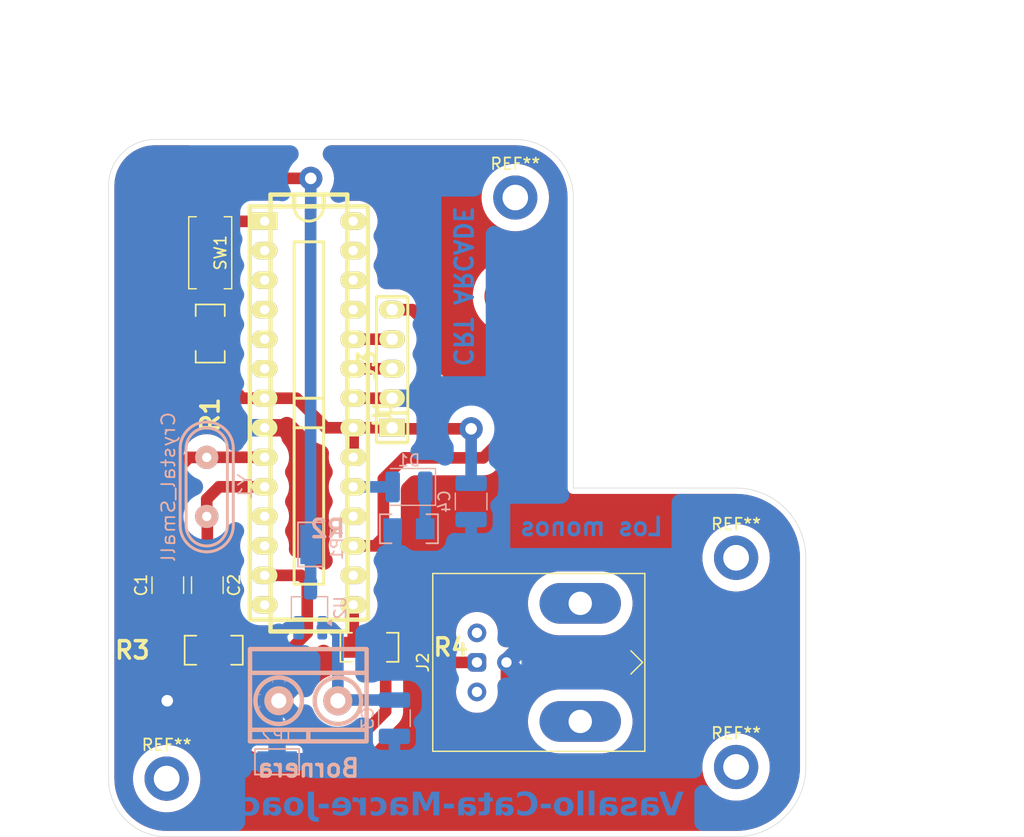
<source format=kicad_pcb>
(kicad_pcb (version 20240108) (generator "pcbnew") (generator_version "8.0")
  (layers (0 "F.Cu" signal) (31 "B.Cu" signal) (34 "B.Paste" user) (35 "F.Paste" user) (36 "B.SilkS" user "B.Silkscreen") (37 "F.SilkS" user "F.Silkscreen") (38 "B.Mask" user) (39 "F.Mask" user) (44 "Edge.Cuts" user))
  (net 0 "")
  (net 1 "GND")
  (net 2 "Net-(U1-(PCINT6{slash}XTAL1{slash}TOSC1)PB6)")
  (net 3 "Net-(U1-(PCINT7{slash}XTAL2{slash}TOSC2)PB7)")
  (net 4 "/Vin")
  (net 6 "Net-(J2-In)")
  (net 7 "+5v")
  (net 8 "/Xjoy")
  (net 9 "/pulsador")
  (net 10 "/Yjoy")
  (net 11 "Net-(R1-Pad1)")
  (net 12 "Net-(D1-K)")
  (net 13 "/Video")
  (net 14 "/Sync")
  (net 28 "/Led")
  (net 29 "/Reset")
  (footprint "EESTN5:R_1206" (layer "F.Cu") (at 62.45 83.7 180)
    (property "Reference" "R4" (at -7 0 180) (layer "F.SilkS") (effects (font (size 1.5 1.5) (thickness 0.3))))
    (property "Value" "1k" (hide yes))
    (fp_line (start 2.5 1.25) (end 2.5 -1.25) (stroke (width 0.15)) (layer "F.SilkS"))
    (fp_line (start 1.5 1.25) (end 2.5 1.25) (stroke (width 0.15)) (layer "F.SilkS"))
    (fp_line (start 1.5 -1.25) (end 2.5 -1.25) (stroke (width 0.15)) (layer "F.SilkS"))
    (fp_line (start -1.5 -1.25) (end -2.5 -1.25) (stroke (width 0.15)) (layer "F.SilkS"))
    (fp_line (start -2.5 1.25) (end -1.5 1.25) (stroke (width 0.15)) (layer "F.SilkS"))
    (fp_line (start -2.5 -1.25) (end -2.5 1.25) (stroke (width 0.15)) (layer "F.SilkS"))
    (pad "1" smd rect (at 1.397 0 180) (size 1.6002 1.8034) (layers "F.Cu" "F.Paste" "F.Mask") (net 14 "/Sync"))
    (pad "2" smd rect (at -1.397 0 180) (size 1.6002 1.8034) (layers "F.Cu" "F.Paste" "F.Mask") (net 6 "Net-(J2-In)"))
  )
  (footprint "footprint:simbolo_paz" (layer "F.Cu") (at 74.5 53.5)
    (property "Reference" "G***" (hide yes))
    (property "Value" "LOGO" (hide yes))
    (fp_poly (pts (xy 0.103004 -2.148136) (xy 0.207348 -2.141502) (xy 0.301968 -2.130447) (xy 0.306076 -2.12982) (xy 0.498331 -2.091774) (xy 0.683769 -2.038297) (xy 0.861693 -1.969902) (xy 1.031404 -1.887104) (xy 1.192205 -1.790417) (xy 1.343397 -1.680353) (xy 1.484282 -1.557427) (xy 1.614163 -1.422153) (xy 1.73234 -1.275043) (xy 1.838118 -1.116611) (xy 1.930796 -0.947372) (xy 1.94077 -0.92685) (xy 2.009718 -0.766956) (xy 2.065002 -0.602427) (xy 2.1076 -0.430053) (xy 2.12992 -0.306076) (xy 2.140957 -0.213255) (xy 2.147562 -0.109306) (xy 2.149737 0.000236) (xy 2.147482 0.109833) (xy 2.140799 0.21395) (xy 2.129838 0.306076) (xy 2.091497 0.500727) (xy 2.037869 0.687655) (xy 1.969097 0.866577) (xy 1.885322 1.037212) (xy 1.786685 1.199276) (xy 1.673328 1.352488) (xy 1.545391 1.496565) (xy 1.521166 1.521167) (xy 1.379665 1.650675) (xy 1.228585 1.76618) (xy 1.06889 1.867323) (xy 0.901545 1.953748) (xy 0.727513 2.025095) (xy 0.547759 2.081007) (xy 0.363246 2.121125) (xy 0.174939 2.145092) (xy -0.016198 2.15255) (xy -0.163816 2.14688) (xy -0.34988 2.12497) (xy -0.532115 2.086726) (xy -0.709544 2.032821) (xy -0.881192 1.963929) (xy -1.046082 1.880722) (xy -1.203238 1.783874) (xy -1.351684 1.674056) (xy -1.490445 1.551942) (xy -1.618543 1.418205) (xy -1.735003 1.273517) (xy -1.838849 1.118551) (xy -1.929105 0.95398) (xy -1.946257 0.918228) (xy -2.00664 0.77839) (xy -2.055554 0.640091) (xy -2.094692 0.497795) (xy -2.125748 0.345971) (xy -2.131021 0.314698) (xy -2.142123 0.225876) (xy -2.148881 0.125367) (xy -2.151305 0.01817) (xy -2.149399 -0.090718) (xy -2.14317 -0.196296) (xy -2.132626 -0.293566) (xy -2.130182 -0.310387) (xy -2.092649 -0.501579) (xy -2.039412 -0.686228) (xy -1.970994 -0.863616) (xy -1.887917 -1.033027) (xy -1.790701 -1.193745) (xy -1.695689 -1.323456) (xy -1.329191 -1.323456) (xy -0.905585 -0.673304) (xy -0.843092 -0.57736) (xy -0.783202 -0.485354) (xy -0.726596 -0.398337) (xy -0.673956 -0.317359) (xy -0.625965 -0.243472) (xy -0.583304 -0.177727) (xy -0.546655 -0.121175) (xy -0.516701 -0.074867) (xy -0.494123 -0.039854) (xy -0.479604 -0.017187) (xy -0.473831 -0.007927) (xy -0.473994 -0.002792) (xy -0.477854 0.007442) (xy -0.485898 0.023557) (xy -0.498611 0.046331) (xy -0.51648 0.076544) (xy -0.539993 0.114975) (xy -0.569637 0.162404) (xy -0.605897 0.219609) (xy -0.649261 0.287371) (xy -0.700216 0.366469) (xy -0.759249 0.457681) (xy -0.826846 0.561788) (xy -0.897058 0.669688) (xy -1.328433 1.332077) (xy -1.274213 1.38215) (xy -1.144223 1.490761) (xy -1.002737 1.587769) (xy -0.851744 1.67232) (xy -0.693233 1.743557) (xy -0.529194 1.800626) (xy -0.361613 1.842672) (xy -0.192482 1.868839) (xy -0.129328 1.874366) (xy -0.083817 1.876053) (xy -0.025958 1.876046) (xy 0.039458 1.874545) (xy 0.107638 1.871746) (xy 0.173791 1.867849) (xy 0.233125 1.863051) (xy 0.280848 1.857551) (xy 0.282264 1.857346) (xy 0.443754 1.825921) (xy 0.60348 1.779569) (xy 0.759162 1.719376) (xy 0.908521 1.646427) (xy 1.049277 1.561807) (xy 1.17915 1.466601) (xy 1.269675 1.387356) (xy 1.327979 1.332077) (xy 0.900428 0.676816) (xy 0.837713 0.580664) (xy 0.777678 0.488551) (xy 0.720995 0.401512) (xy 0.668334 0.32058) (xy 0.620369 0.246789) (xy 0.577769 0.181176) (xy 0.541207 0.124773) (xy 0.511354 0.078615) (xy 0.488882 0.043737) (xy 0.474463 0.021173) (xy 0.468767 0.011957) (xy 0.468722 0.011862) (xy 0.472716 0.003377) (xy 0.485498 -0.018506) (xy 0.506414 -0.052755) (xy 0.534808 -0.098339) (xy 0.570026 -0.154227) (xy 0.611412 -0.219389) (xy 0.658312 -0.292794) (xy 0.71007 -0.37341) (xy 0.766032 -0.460207) (xy 0.825543 -0.552153) (xy 0.887948 -0.648219) (xy 0.893154 -0.656218) (xy 0.955838 -0.752594) (xy 1.015783 -0.844916) (xy 1.072324 -0.932155) (xy 1.1248 -1.013279) (xy 1.172546 -1.087257) (xy 1.214899 -1.15306) (xy 1.251196 -1.209657) (xy 1.280774 -1.256016) (xy 1.302969 -1.291108) (xy 1.317119 -1.313901) (xy 1.322559 -1.323365) (xy 1.322598 -1.323514) (xy 1.316649 -1.333937) (xy 1.299189 -1.352927) (xy 1.272379 -1.378547) (xy 1.238384 -1.40886) (xy 1.199367 -1.44193) (xy 1.157491 -1.47582) (xy 1.120842 -1.504143) (xy 0.974114 -1.604134) (xy 0.819012 -1.689139) (xy 0.656071 -1.758936) (xy 0.485827 -1.813302) (xy 0.308816 -1.852015) (xy 0.267277 -1.85867) (xy 0.201202 -1.866171) (xy 0.123601 -1.871119) (xy 0.039312 -1.873516) (xy -0.046828 -1.873365) (xy -0.129985 -1.870666) (xy -0.20532 -1.865423) (xy -0.262967 -1.858448) (xy -0.438315 -1.823087) (xy -0.607895 -1.773176) (xy -0.770344 -1.709359) (xy -0.924301 -1.632281) (xy -1.068403 -1.542589) (xy -1.20129 -1.440927) (xy -1.26597 -1.383109) (xy -1.329191 -1.323456) (xy -1.695689 -1.323456) (xy -1.679869 -1.345053) (xy -1.555942 -1.486234) (xy -1.419441 -1.616572) (xy -1.27089 -1.735349) (xy -1.110809 -1.84185) (xy -0.951613 -1.929465) (xy -0.799819 -1.997591) (xy -0.641049 -2.053626) (xy -0.472856 -2.098331) (xy -0.306076 -2.130367) (xy -0.215605 -2.141464) (xy -0.11375 -2.148122) (xy -0.005788 -2.150344)) (fill solid) (layer "F.Cu") (net 28))
  )
  (footprint "Connector_Coaxial:BNC_Win_364A2x95_Horizontal" (layer "F.Cu") (at 71.7 85 -90)
    (property "Reference" "J2" (at 0 4.65 90) (layer "F.SilkS"))
    (property "Value" "TVout")
    (fp_line (start -7.65 3.8) (end -7.65 -14.45) (stroke (width 0.12)) (layer "F.SilkS"))
    (fp_line (start 7.65 3.8) (end -7.65 3.8) (stroke (width 0.12)) (layer "F.SilkS"))
    (fp_line (start 0 -14.25) (end -1 -13.25) (stroke (width 0.12)) (layer "F.SilkS"))
    (fp_line (start 0 -14.25) (end 1 -13.25) (stroke (width 0.12)) (layer "F.SilkS"))
    (fp_line (start -7.65 -14.45) (end 7.65 -14.45) (stroke (width 0.12)) (layer "F.SilkS"))
    (fp_line (start 7.65 -14.45) (end 7.65 3.8) (stroke (width 0.12)) (layer "F.SilkS"))
    (pad "1" thru_hole roundrect (at 0 0 270) (size 1.6 1.6) (drill 0.89) (layers "*.Cu" "*.Mask") (net 6 "Net-(J2-In)"))
    (pad "2" thru_hole circle (at 0 -2.54 270) (size 1.6 1.6) (drill 0.89) (layers "*.Cu" "*.Mask") (net 1 "GND"))
    (pad "3" thru_hole oval (at -5.08 -8.89 270) (size 3.5 7) (drill 2.01) (layers "*.Cu" "*.Mask"))
    (pad "3" thru_hole circle (at -2.54 0 270) (size 1.6 1.6) (drill 0.89) (layers "*.Cu" "*.Mask"))
    (pad "3" thru_hole circle (at 2.54 0 270) (size 1.6 1.6) (drill 0.89) (layers "*.Cu" "*.Mask"))
    (pad "3" thru_hole oval (at 5.08 -8.89 270) (size 3.5 7) (drill 2.01) (layers "*.Cu" "*.Mask"))
  )
  (footprint "Capacitor_SMD:C_1210_3225Metric_Pad1.33x2.70mm_HandSolder" (layer "F.Cu") (at 48.5 78.35 -90)
    (property "Reference" "C2" (at 0 -2.3 90) (layer "F.SilkS"))
    (property "Value" "C")
    (fp_line (start -0.711252 1.36) (end 0.711252 1.36) (stroke (width 0.12)) (layer "F.SilkS"))
    (fp_line (start -0.711252 -1.36) (end 0.711252 -1.36) (stroke (width 0.12)) (layer "F.SilkS"))
    (pad "1" smd roundrect (at -1.5625 0 270) (size 1.325 2.7) (layers "F.Cu" "F.Paste" "F.Mask") (roundrect_rratio 0.188679) (net 3 "Net-(U1-(PCINT7{slash}XTAL2{slash}TOSC2)PB7)"))
    (pad "2" smd roundrect (at 1.5625 0 270) (size 1.325 2.7) (layers "F.Cu" "F.Paste" "F.Mask") (roundrect_rratio 0.188679) (net 1 "GND"))
  )
  (footprint "" (layer "F.Cu") (at 94 76)
    (property "Reference" "" (at 0 0 0) (layer "F.SilkS") (effects (font (size 1.27 1.27))))
    (property "Value" "")
    (pad "1" thru_hole circle (at 0 0) (size 3.8 3.8) (drill 2.2) (layers "*.Cu" "*.Mask"))
  )
  (footprint "EESTN5:R_1206" (layer "F.Cu") (at 48.75 56.7 90)
    (property "Reference" "R1" (at -7 0 -90) (layer "F.SilkS") (effects (font (size 1.5 1.5) (thickness 0.3))))
    (property "Value" "10k" (hide yes))
    (fp_line (start 1.5 -1.25) (end 2.5 -1.25) (stroke (width 0.15)) (layer "F.SilkS"))
    (fp_line (start -1.5 -1.25) (end -2.5 -1.25) (stroke (width 0.15)) (layer "F.SilkS"))
    (fp_line (start -2.5 -1.25) (end -2.5 1.25) (stroke (width 0.15)) (layer "F.SilkS"))
    (fp_line (start 2.5 1.25) (end 2.5 -1.25) (stroke (width 0.15)) (layer "F.SilkS"))
    (fp_line (start 1.5 1.25) (end 2.5 1.25) (stroke (width 0.15)) (layer "F.SilkS"))
    (fp_line (start -2.5 1.25) (end -1.5 1.25) (stroke (width 0.15)) (layer "F.SilkS"))
    (pad "1" smd rect (at 1.397 0 90) (size 1.6002 1.8034) (layers "F.Cu" "F.Paste" "F.Mask") (net 11 "Net-(R1-Pad1)"))
    (pad "2" smd rect (at -1.397 0 90) (size 1.6002 1.8034) (layers "F.Cu" "F.Paste" "F.Mask") (net 7 "+5v"))
  )
  (footprint "Capacitor_SMD:C_1210_3225Metric_Pad1.33x2.70mm_HandSolder" (layer "F.Cu") (at 45.1 78.35 90)
    (property "Reference" "C1" (at 0 -2.3 -90) (layer "F.SilkS"))
    (property "Value" "C")
    (fp_line (start -0.711252 -1.36) (end 0.711252 -1.36) (stroke (width 0.12)) (layer "F.SilkS"))
    (fp_line (start -0.711252 1.36) (end 0.711252 1.36) (stroke (width 0.12)) (layer "F.SilkS"))
    (pad "1" smd roundrect (at -1.5625 0 90) (size 1.325 2.7) (layers "F.Cu" "F.Paste" "F.Mask") (roundrect_rratio 0.188679) (net 1 "GND"))
    (pad "2" smd roundrect (at 1.5625 0 90) (size 1.325 2.7) (layers "F.Cu" "F.Paste" "F.Mask") (roundrect_rratio 0.188679) (net 2 "Net-(U1-(PCINT6{slash}XTAL1{slash}TOSC1)PB6)"))
  )
  (footprint "" (layer "F.Cu") (at 45 95)
    (property "Reference" "" (at 0 0 0) (layer "F.SilkS") (effects (font (size 1.27 1.27))))
    (property "Value" "")
    (pad "1" thru_hole circle (at 0 0) (size 3.8 3.8) (drill 2.2) (layers "*.Cu" "*.Mask"))
  )
  (footprint "EESTN5:Pin_Strip_5" (layer "F.Cu") (at 64.4 59.73 90)
    (property "Reference" "J3" (at 0.27 -2.159 -90) (layer "F.SilkS") (effects (font (size 1.5 1.5) (thickness 0.3))))
    (property "Value" "joystick" (hide yes))
    (fp_line (start -6.33 -1.4) (end 6.17 -1.4) (stroke (width 0.15)) (layer "F.SilkS"))
    (fp_line (start 6.17 -1.3) (end -6.23 -1.3) (stroke (width 0.15)) (layer "F.SilkS"))
    (fp_line (start 6.19 -1.27) (end 6.19 1.27) (stroke (width 0.3048)) (layer "F.SilkS"))
    (fp_line (start -3.81 -1.27) (end -3.81 1.27) (stroke (width 0.3048)) (layer "F.SilkS"))
    (fp_line (start -6.35 1.27) (end -6.35 -1.27) (stroke (width 0.3048)) (layer "F.SilkS"))
    (fp_line (start 6.17 1.3) (end -6.33 1.3) (stroke (width 0.15)) (layer "F.SilkS"))
    (fp_line (start 6.17 1.4) (end -6.33 1.4) (stroke (width 0.15)) (layer "F.SilkS"))
    (pad "1" thru_hole rect (at -5.08 0 90) (size 1.524 2.19964) (drill 1.00076) (layers "*.Cu" "*.Mask" "F.SilkS") (net 7 "+5v"))
    (pad "2" thru_hole oval (at -2.54 0 90) (size 1.524 2.19964) (drill 1.00076) (layers "*.Cu" "*.Mask" "F.SilkS") (net 1 "GND"))
    (pad "3" thru_hole oval (at 0 0 90) (size 1.524 2.19964) (drill 1.00076) (layers "*.Cu" "*.Mask" "F.SilkS") (net 8 "/Xjoy"))
    (pad "4" thru_hole oval (at 2.54 0 90) (size 1.524 2.19964) (drill 1.00076) (layers "*.Cu" "*.Mask" "F.SilkS") (net 10 "/Yjoy"))
    (pad "5" thru_hole oval (at 5.08 0 90) (size 1.524 2.19964) (drill 1.00076) (layers "*.Cu" "*.Mask" "F.SilkS") (net 9 "/pulsador"))
  )
  (footprint "MountingHole:MountingHole_2.2mm_M2_DIN965_Pad" (layer "F.Cu") (at 45 95)
    (property "Reference" "REF**" (at 0 -2.9 0) (layer "F.SilkS"))
    (property "Value" "MountingHole_2.2mm_M2_DIN965_Pad")
    (pad "1" thru_hole circle (at 0 0) (size 3.8 3.8) (drill 2.2) (layers "*.Cu" "*.Mask"))
  )
  (footprint "MountingHole:MountingHole_2.2mm_M2_DIN965_Pad" (layer "F.Cu") (at 94 94)
    (property "Reference" "REF**" (at 0 -2.9 0) (layer "F.SilkS"))
    (property "Value" "MountingHole_2.2mm_M2_DIN965_Pad")
    (pad "1" thru_hole circle (at 0 0) (size 3.8 3.8) (drill 2.2) (layers "*.Cu" "*.Mask"))
  )
  (footprint "MountingHole:MountingHole_2.2mm_M2_DIN965_Pad" (layer "F.Cu") (at 94 76)
    (property "Reference" "REF**" (at 0 -2.9 0) (layer "F.SilkS"))
    (property "Value" "MountingHole_2.2mm_M2_DIN965_Pad")
    (pad "1" thru_hole circle (at 0 0) (size 3.8 3.8) (drill 2.2) (layers "*.Cu" "*.Mask"))
  )
  (footprint "" (layer "F.Cu") (at 94 94)
    (property "Reference" "" (at 0 0 0) (layer "F.SilkS") (effects (font (size 1.27 1.27))))
    (property "Value" "")
    (pad "1" thru_hole circle (at 0 0) (size 3.8 3.8) (drill 2.2) (layers "*.Cu" "*.Mask"))
  )
  (footprint "EESTN5:R_1206" (layer "F.Cu") (at 49.05 83.95)
    (property "Reference" "R3" (at -7 0 0) (layer "F.SilkS") (effects (font (size 1.5 1.5) (thickness 0.3))))
    (property "Value" "470" (hide yes))
    (fp_line (start -2.5 -1.25) (end -2.5 1.25) (stroke (width 0.15)) (layer "F.SilkS"))
    (fp_line (start -2.5 1.25) (end -1.5 1.25) (stroke (width 0.15)) (layer "F.SilkS"))
    (fp_line (start -1.5 -1.25) (end -2.5 -1.25) (stroke (width 0.15)) (layer "F.SilkS"))
    (fp_line (start 1.5 -1.25) (end 2.5 -1.25) (stroke (width 0.15)) (layer "F.SilkS"))
    (fp_line (start 1.5 1.25) (end 2.5 1.25) (stroke (width 0.15)) (layer "F.SilkS"))
    (fp_line (start 2.5 1.25) (end 2.5 -1.25) (stroke (width 0.15)) (layer "F.SilkS"))
    (pad "1" smd rect (at 1.397 0) (size 1.6002 1.8034) (layers "F.Cu" "F.Paste" "F.Mask") (net 13 "/Video"))
    (pad "2" smd rect (at -1.397 0) (size 1.6002 1.8034) (layers "F.Cu" "F.Paste" "F.Mask") (net 6 "Net-(J2-In)"))
  )
  (footprint "EESTN5:DIP_28-300_socket" (layer "F.Cu") (at 57.24 63.54 -90)
    (property "Reference" "U1" (at 0 -6.35 90) (layer "F.SilkS") (effects (font (size 1.524 1.143) (thickness 0.28575))))
    (property "Value" "ATMEGA328P-PU" (hide yes))
    (fp_line (start -17.78 5.08) (end 17.78 5.08) (stroke (width 0.381)) (layer "F.SilkS"))
    (fp_line (start -17.78 5.08) (end -17.78 -5.08) (stroke (width 0.381)) (layer "F.SilkS"))
    (fp_line (start -18.796 3.302) (end -18.796 -3.302) (stroke (width 0.381)) (layer "F.SilkS"))
    (fp_line (start 18.796 3.302) (end -18.796 3.302) (stroke (width 0.381)) (layer "F.SilkS"))
    (fp_line (start -17.78 1.27) (end -18.796 1.27) (stroke (width 0.381)) (layer "F.SilkS"))
    (fp_line (start -14.732 1.27) (end 14.732 1.27) (stroke (width 0.254)) (layer "F.SilkS"))
    (fp_line (start 14.732 1.27) (end 14.732 -1.27) (stroke (width 0.254)) (layer "F.SilkS"))
    (fp_line (start -17.78 -1.27) (end -17.78 1.27) (stroke (width 0.381)) (layer "F.SilkS"))
    (fp_line (start -17.78 -1.27) (end -18.796 -1.27) (stroke (width 0.381)) (layer "F.SilkS"))
    (fp_line (start -14.732 -1.27) (end -14.732 1.27) (stroke (width 0.254)) (layer "F.SilkS"))
    (fp_line (start -1.27 -1.27) (end -1.27 1.27) (stroke (width 0.254)) (layer "F.SilkS"))
    (fp_line (start 1.27 -1.27) (end 1.27 1.27) (stroke (width 0.254)) (layer "F.SilkS"))
    (fp_line (start 14.732 -1.27) (end -14.732 -1.27) (stroke (width 0.254)) (layer "F.SilkS"))
    (fp_line (start 18.796 -3.302) (end 18.796 3.302) (stroke (width 0.381)) (layer "F.SilkS"))
    (fp_line (start 18.796 -3.302) (end -18.796 -3.302) (stroke (width 0.381)) (layer "F.SilkS"))
    (fp_line (start -17.78 -5.08) (end 17.78 -5.08) (stroke (width 0.381)) (layer "F.SilkS"))
    (fp_line (start 17.78 -5.08) (end 17.78 5.08) (stroke (width 0.381)) (layer "F.SilkS"))
    (fp_arc (start -16.51 0) (mid -16.881974 0.898026) (end -17.78 1.27) (stroke (width 0.254)) (layer "F.SilkS"))
    (fp_arc (start -17.78 -1.27) (mid -16.881974 -0.898026) (end -16.51 0) (stroke (width 0.254)) (layer "F.SilkS"))
    (pad "1" thru_hole rect (at -16.51 3.81 270) (size 1.50114 2.19964) (drill 0.8001) (layers "*.Cu" "*.Mask" "F.SilkS") (net 29 "/Reset"))
    (pad "2" thru_hole oval (at -13.97 3.81 270) (size 1.50114 2.19964) (drill 0.8001) (layers "*.Cu" "*.Mask" "F.SilkS"))
    (pad "3" thru_hole oval (at -11.43 3.81 270) (size 1.50114 2.19964) (drill 0.8001) (layers "*.Cu" "*.Mask" "F.SilkS"))
    (pad "4" thru_hole oval (at -8.89 3.81 270) (size 1.50114 2.19964) (drill 0.8001) (layers "*.Cu" "*.Mask" "F.SilkS"))
    (pad "5" thru_hole oval (at -6.35 3.81 270) (size 1.50114 2.19964) (drill 0.8001) (layers "*.Cu" "*.Mask" "F.SilkS"))
    (pad "6" thru_hole oval (at -3.81 3.81 270) (size 1.50114 2.19964) (drill 0.8001) (layers "*.Cu" "*.Mask" "F.SilkS"))
    (pad "7" thru_hole oval (at -1.27 3.81 270) (size 1.50114 2.19964) (drill 0.8001) (layers "*.Cu" "*.Mask" "F.SilkS") (net 7 "+5v"))
    (pad "8" thru_hole oval (at 1.27 3.81 270) (size 1.50114 2.19964) (drill 0.8001) (layers "*.Cu" "*.Mask" "F.SilkS") (net 1 "GND"))
    (pad "9" thru_hole oval (at 3.81 3.81 270) (size 1.50114 2.19964) (drill 0.8001) (layers "*.Cu" "*.Mask" "F.SilkS") (net 2 "Net-(U1-(PCINT6{slash}XTAL1{slash}TOSC1)PB6)"))
    (pad "10" thru_hole oval (at 6.35 3.81 270) (size 1.50114 2.19964) (drill 0.8001) (layers "*.Cu" "*.Mask" "F.SilkS") (net 3 "Net-(U1-(PCINT7{slash}XTAL2{slash}TOSC2)PB7)"))
    (pad "11" thru_hole oval (at 8.89 3.81 270) (size 1.50114 2.19964) (drill 0.8001) (layers "*.Cu" "*.Mask" "F.SilkS"))
    (pad "12" thru_hole oval (at 11.43 3.81 270) (size 1.50114 2.19964) (drill 0.8001) (layers "*.Cu" "*.Mask" "F.SilkS"))
    (pad "13" thru_hole oval (at 13.97 3.81 270) (size 1.50114 2.19964) (drill 0.8001) (layers "*.Cu" "*.Mask" "F.SilkS") (net 13 "/Video"))
    (pad "14" thru_hole oval (at 16.51 3.81 270) (size 1.50114 2.19964) (drill 0.8001) (layers "*.Cu" "*.Mask" "F.SilkS"))
    (pad "15" thru_hole oval (at 16.51 -3.81 270) (size 1.50114 2.19964) (drill 0.8001) (layers "*.Cu" "*.Mask" "F.SilkS") (net 14 "/Sync"))
    (pad "16" thru_hole oval (at 13.97 -3.81 270) (size 1.50114 2.19964) (drill 0.8001) (layers "*.Cu" "*.Mask" "F.SilkS"))
    (pad "17" thru_hole oval (at 11.43 -3.81 270) (size 1.50114 2.19964) (drill 0.8001) (layers "*.Cu" "*.Mask" "F.SilkS") (net 9 "/pulsador"))
    (pad "18" thru_hole oval (at 8.89 -3.81 270) (size 1.50114 2.19964) (drill 0.8001) (layers "*.Cu" "*.Mask" "F.SilkS"))
    (pad "19" thru_hole oval (at 6.35 -3.81 270) (size 1.50114 2.19964) (drill 0.8001) (layers "*.Cu" "*.Mask" "F.SilkS") (net 28 "/Led"))
    (pad "20" thru_hole oval (at 3.81 -3.81 270) (size 1.50114 2.19964) (drill 0.8001) (layers "*.Cu" "*.Mask" "F.SilkS") (net 7 "+5v"))
    (pad "21" thru_hole oval (at 1.27 -3.81 270) (size 1.50114 2.19964) (drill 0.8001) (layers "*.Cu" "*.Mask" "F.SilkS") (net 7 "+5v"))
    (pad "22" thru_hole oval (at -1.27 -3.81 270) (size 1.50114 2.19964) (drill 0.8001) (layers "*.Cu" "*.Mask" "F.SilkS") (net 1 "GND"))
    (pad "23" thru_hole oval (at -3.81 -3.81 270) (size 1.50114 2.19964) (drill 0.8001) (layers "*.Cu" "*.Mask" "F.SilkS") (net 8 "/Xjoy"))
    (pad "24" thru_hole oval (at -6.35 -3.81 270) (size 1.50114 2.19964) (drill 0.8001) (layers "*.Cu" "*.Mask" "F.SilkS") (net 10 "/Yjoy"))
    (pad "25" thru_hole oval (at -8.89 -3.81 270) (size 1.50114 2.19964) (drill 0.8001) (layers "*.Cu" "*.Mask" "F.SilkS"))
    (pad "26" thru_hole oval (at -11.43 -3.81 270) (size 1.50114 2.19964) (drill 0.8001) (layers "*.Cu" "*.Mask" "F.SilkS"))
    (pad "27" thru_hole oval (at -13.97 -3.81 270) (size 1.50114 2.19964) (drill 0.8001) (layers "*.Cu" "*.Mask" "F.SilkS"))
    (pad "28" thru_hole oval (at -16.51 -3.81 270) (size 1.50114 2.19964) (drill 0.8001) (layers "*.Cu" "*.Mask" "F.SilkS"))
  )
  (footprint "EESTN5:SW_SPST_EVQPE1" (layer "F.Cu") (at 48.75 49.75 -90)
    (property "Reference" "SW1" (at 0 -0.88 90) (layer "F.SilkS"))
    (property "Value" "SW_Push")
    (fp_line (start -3.1 1.85) (end 3.1 1.85) (stroke (width 0.12)) (layer "F.SilkS"))
    (fp_line (start 3.1 1.85) (end 3.1 1.2) (stroke (width 0.12)) (layer "F.SilkS"))
    (fp_line (start -3.1 1.2) (end -3.1 1.85) (stroke (width 0.12)) (layer "F.SilkS"))
    (fp_line (start -3.1 -1.85) (end -3.1 -1.2) (stroke (width 0.12)) (layer "F.SilkS"))
    (fp_line (start 3.1 -1.85) (end 3.1 -1.2) (stroke (width 0.12)) (layer "F.SilkS"))
    (fp_line (start 3.1 -1.85) (end -3.1 -1.85) (stroke (width 0.12)) (layer "F.SilkS"))
    (pad "1" smd rect (at -2.91 -0.02 270) (size 2.42 1.64) (layers "F.Cu" "F.Paste" "F.Mask") (net 29 "/Reset"))
    (pad "2" smd rect (at 2.97 0 270) (size 2.54 1.6) (layers "F.Cu" "F.Paste" "F.Mask") (net 11 "Net-(R1-Pad1)"))
  )
  (footprint "MountingHole:MountingHole_2.2mm_M2_DIN965_Pad" (layer "F.Cu") (at 75 45)
    (property "Reference" "REF**" (at 0 -2.9 0) (layer "F.SilkS"))
    (property "Value" "MountingHole_2.2mm_M2_DIN965_Pad")
    (pad "1" thru_hole circle (at 0 0) (size 3.8 3.8) (drill 2.2) (layers "*.Cu" "*.Mask"))
  )
  (footprint "LED_SMD:LED_1210_3225Metric" (layer "B.Cu") (at 65.85 69.9 180)
    (property "Reference" "D1" (at 0 2.28 180) (layer "B.SilkS") (effects (justify mirror)))
    (property "Value" "LED")
    (fp_line (start 1.6 -1.585) (end -2.285 -1.585) (stroke (width 0.12)) (layer "B.SilkS"))
    (fp_line (start -2.285 1.585) (end 1.6 1.585) (stroke (width 0.12)) (layer "B.SilkS"))
    (fp_line (start -2.285 -1.585) (end -2.285 1.585) (stroke (width 0.12)) (layer "B.SilkS"))
    (pad "1" smd roundrect (at -1.4 0 180) (size 1.25 2.65) (layers "B.Cu" "B.Paste" "B.Mask") (roundrect_rratio 0.2) (net 12 "Net-(D1-K)"))
    (pad "2" smd roundrect (at 1.4 0 180) (size 1.25 2.65) (layers "B.Cu" "B.Paste" "B.Mask") (roundrect_rratio 0.2) (net 28 "/Led"))
  )
  (footprint "TestPoint:TestPoint_Keystone_5015_Micro-Minature" (layer "B.Cu") (at 54.5 93.55 180)
    (property "Reference" "TP2" (at 0 2.25 180) (layer "B.SilkS") (effects (justify mirror)))
    (property "Value" "TestPoint")
    (fp_line (start 1.9 1.1) (end -1.9 1.1) (stroke (width 0.15)) (layer "B.SilkS"))
    (fp_line (start 1.9 -1.1) (end 1.9 1.1) (stroke (width 0.15)) (layer "B.SilkS"))
    (fp_line (start -1.9 1.1) (end -1.9 -1.1) (stroke (width 0.15)) (layer "B.SilkS"))
    (fp_line (start -1.9 -1.1) (end 1.9 -1.1) (stroke (width 0.15)) (layer "B.SilkS"))
    (pad "1" smd rect (at 0 0 180) (size 3.4 1.8) (layers "B.Cu" "B.Paste" "B.Mask") (net 1 "GND"))
  )
  (footprint "TestPoint:TestPoint_Keystone_5015_Micro-Minature" (layer "B.Cu") (at 57.4 74.85 90)
    (property "Reference" "TP1" (at 0 2.25 -90) (layer "B.SilkS") (effects (justify mirror)))
    (property "Value" "TestPoint")
    (fp_line (start 1.9 -1.1) (end 1.9 1.1) (stroke (width 0.15)) (layer "B.SilkS"))
    (fp_line (start -1.9 -1.1) (end 1.9 -1.1) (stroke (width 0.15)) (layer "B.SilkS"))
    (fp_line (start 1.9 1.1) (end -1.9 1.1) (stroke (width 0.15)) (layer "B.SilkS"))
    (fp_line (start -1.9 1.1) (end -1.9 -1.1) (stroke (width 0.15)) (layer "B.SilkS"))
    (pad "1" smd rect (at 0 0 90) (size 3.4 1.8) (layers "B.Cu" "B.Paste" "B.Mask") (net 7 "+5v"))
  )
  (footprint "Capacitor_SMD:C_1210_3225Metric_Pad1.33x2.70mm_HandSolder" (layer "B.Cu") (at 64.6 89.8 -90)
    (property "Reference" "C3" (at 0 2.3 90) (layer "B.SilkS") (effects (justify mirror)))
    (property "Value" "100uf")
    (fp_line (start 0.711252 1.36) (end -0.711252 1.36) (stroke (width 0.12)) (layer "B.SilkS"))
    (fp_line (start 0.711252 -1.36) (end -0.711252 -1.36) (stroke (width 0.12)) (layer "B.SilkS"))
    (pad "1" smd roundrect (at -1.5625 0 270) (size 1.325 2.7) (layers "B.Cu" "B.Paste" "B.Mask") (roundrect_rratio 0.188679) (net 4 "/Vin"))
    (pad "2" smd roundrect (at 1.5625 0 270) (size 1.325 2.7) (layers "B.Cu" "B.Paste" "B.Mask") (roundrect_rratio 0.188679) (net 1 "GND"))
  )
  (footprint "Package_TO_SOT_SMD:TSOT-23_HandSoldering" (layer "B.Cu") (at 57.2925 80.3 90)
    (property "Reference" "U2" (at 0 2.65 90) (layer "B.SilkS") (effects (justify mirror)))
    (property "Value" "L7805")
    (fp_line (start 0.945 -1.56) (end 0.945 -0.67) (stroke (width 0.12)) (layer "B.SilkS"))
    (fp_line (start -0.905 -1.56) (end 0.945 -1.56) (stroke (width 0.12)) (layer "B.SilkS"))
    (fp_line (start 0.96 0.67) (end 0.96 1.56) (stroke (width 0.12)) (layer "B.SilkS"))
    (fp_line (start -0.89 1.56) (end 0.96 1.56) (stroke (width 0.12)) (layer "B.SilkS"))
    (fp_poly (pts (xy -1.28 1.55) (xy -1.52 1.88) (xy -1.04 1.88) (xy -1.28 1.55)) (stroke (width 0.12)) (fill solid) (layer "B.SilkS"))
    (pad "1" smd roundrect (at -1.72 1.1 90) (size 2.02 0.84) (layers "B.Cu" "B.Paste" "B.Mask") (net 4 "/Vin"))
    (pad "2" smd roundrect (at -1.72 -0.93 90) (size 2.02 0.94) (layers "B.Cu" "B.Paste" "B.Mask") (net 1 "GND"))
    (pad "3" smd roundrect (at 1.665 0.095 90) (size 1.91 1.13) (layers "B.Cu" "B.Paste" "B.Mask") (net 7 "+5v"))
  )
  (footprint "EESTN5:HC49" (layer "B.Cu") (at 48.45 69.9 90)
    (property "Reference" "Y1" (at 0 3.302 -90) (layer "B.SilkS") (effects (font (size 1.143 1.27) (thickness 0.1524)) (justify mirror)))
    (property "Value" "Crystal_Small" (at 0 -3.302 -90) (layer "B.SilkS") (effects (font (size 1.143 1.27) (thickness 0.1524)) (justify mirror)))
    (fp_line (start -3.302 -2.286) (end 3.302 -2.286) (stroke (width 0.254)) (layer "B.SilkS"))
    (fp_line (start 3.302 -1.778) (end -3.302 -1.778) (stroke (width 0.254)) (layer "B.SilkS"))
    (fp_line (start -3.302 1.778) (end 3.302 1.778) (stroke (width 0.254)) (layer "B.SilkS"))
    (fp_line (start 3.302 2.286) (end -3.302 2.286) (stroke (width 0.254)) (layer "B.SilkS"))
    (fp_arc (start 3.302 -2.286) (mid 4.918446 -1.616446) (end 5.588 0) (stroke (width 0.254)) (layer "B.SilkS"))
    (fp_arc (start 3.302 -1.778) (mid 4.559236 -1.257236) (end 5.08 0) (stroke (width 0.254)) (layer "B.SilkS"))
    (fp_arc (start 5.588 0) (mid 4.918446 1.616446) (end 3.302 2.286) (stroke (width 0.254)) (layer "B.SilkS"))
    (fp_arc (start 5.08 0) (mid 4.559236 1.257236) (end 3.302 1.778) (stroke (width 0.254)) (layer "B.SilkS"))
    (fp_arc (start -5.08 0) (mid -4.559236 -1.257236) (end -3.302 -1.778) (stroke (width 0.254)) (layer "B.SilkS"))
    (fp_arc (start -5.588 0) (mid -4.918446 -1.616446) (end -3.302 -2.286) (stroke (width 0.254)) (layer "B.SilkS"))
    (fp_arc (start -3.302 1.778) (mid -4.559236 1.257236) (end -5.08 0) (stroke (width 0.254)) (layer "B.SilkS"))
    (fp_arc (start -3.302 2.286) (mid -4.918446 1.616446) (end -5.588 0) (stroke (width 0.254)) (layer "B.SilkS"))
    (pad "1" thru_hole circle (at -2.54 0 90) (size 1.99898 1.99898) (drill 0.8001) (layers "*.Cu" "*.Mask" "B.SilkS") (net 3 "Net-(U1-(PCINT7{slash}XTAL2{slash}TOSC2)PB7)"))
    (pad "2" thru_hole circle (at 2.54 0 90) (size 1.99898 1.99898) (drill 0.8001) (layers "*.Cu" "*.Mask" "B.SilkS") (net 2 "Net-(U1-(PCINT6{slash}XTAL1{slash}TOSC1)PB6)"))
  )
  (footprint "EESTN5:BORNERA2_AZUL" (layer "B.Cu") (at 57.19 88.3 180)
    (property "Reference" "J4" (hide yes))
    (property "Value" "Bornera" (at 0 -5.8 180) (layer "B.SilkS") (effects (font (size 1.5 1.5) (thickness 0.3)) (justify mirror)))
    (fp_line (start 5.0165 4.445) (end 5.0165 -3.4925) (stroke (width 0.381)) (layer "B.SilkS"))
    (fp_line (start 5.0165 -3.4925) (end -4.9835 -3.4925) (stroke (width 0.381)) (layer "B.SilkS"))
    (fp_line (start 5 2.4) (end -5 2.4) (stroke (width 0.381)) (layer "B.SilkS"))
    (fp_line (start 5 -2.5) (end -5 -2.5) (stroke (width 0.381)) (layer "B.SilkS"))
    (fp_line (start 0 -3.4845) (end 0 -2.54) (stroke (width 0.381)) (layer "B.SilkS"))
    (fp_line (start -4.9835 4.445) (end 5.0165 4.445) (stroke (width 0.381)) (layer "B.SilkS"))
    (fp_line (start -5.0165 -3.4925) (end -5.0165 4.445) (stroke (width 0.381)) (layer "B.SilkS"))
    (fp_circle (center 2.55 0) (end 0.55 0) (stroke (width 0.381)) (fill none) (layer "B.SilkS"))
    (fp_circle (center -2.55 0) (end -0.55 0) (stroke (width 0.381)) (fill none) (layer "B.SilkS"))
    (pad "1" thru_hole circle (at -2.54 0 180) (size 2.5 2.5) (drill 1.3) (layers "*.Cu" "*.Mask" "B.SilkS") (net 4 "/Vin"))
    (pad "2" thru_hole circle (at 2.54 0 180) (size 2.5 2.5) (drill 1.3) (layers "*.Cu" "*.Mask" "B.SilkS") (net 1 "GND"))
  )
  (footprint "Capacitor_SMD:C_1210_3225Metric_Pad1.33x2.70mm_HandSolder" (layer "B.Cu") (at 71.2 71.15 -90)
    (property "Reference" "C4" (at 0 2.3 90) (layer "B.SilkS") (effects (justify mirror)))
    (property "Value" "10uf")
    (fp_line (start 0.711252 1.36) (end -0.711252 1.36) (stroke (width 0.12)) (layer "B.SilkS"))
    (fp_line (start 0.711252 -1.36) (end -0.711252 -1.36) (stroke (width 0.12)) (layer "B.SilkS"))
    (pad "1" smd roundrect (at -1.5625 0 270) (size 1.325 2.7) (layers "B.Cu" "B.Paste" "B.Mask") (roundrect_rratio 0.188679) (net 7 "+5v"))
    (pad "2" smd roundrect (at 1.5625 0 270) (size 1.325 2.7) (layers "B.Cu" "B.Paste" "B.Mask") (roundrect_rratio 0.188679) (net 1 "GND"))
  )
  (footprint "EESTN5:R_1206" (layer "B.Cu") (at 65.85 73.5)
    (property "Reference" "R2" (at -7 0 0) (layer "B.SilkS") (effects (font (size 1.5 1.5) (thickness 0.3)) (justify mirror)))
    (property "Value" "220" (hide yes))
    (fp_line (start -2.5 -1.25) (end -2.5 1.25) (stroke (width 0.15)) (layer "B.SilkS"))
    (fp_line (start -2.5 1.25) (end -1.5 1.25) (stroke (width 0.15)) (layer "B.SilkS"))
    (fp_line (start -1.5 -1.25) (end -2.5 -1.25) (stroke (width 0.15)) (layer "B.SilkS"))
    (fp_line (start 2.5 -1.25) (end 1.5 -1.25) (stroke (width 0.15)) (layer "B.SilkS"))
    (fp_line (start 2.5 1.25) (end 1.5 1.25) (stroke (width 0.15)) (layer "B.SilkS"))
    (fp_line (start 2.5 1.25) (end 2.5 -1.25) (stroke (width 0.15)) (layer "B.SilkS"))
    (pad "1" smd rect (at 1.397 0) (size 1.6002 1.8034) (layers "B.Cu" "B.Paste" "B.Mask") (net 12 "Net-(D1-K)"))
    (pad "2" smd rect (at -1.397 0) (size 1.6002 1.8034) (layers "B.Cu" "B.Paste" "B.Mask") (net 1 "GND"))
  )
  (gr_line (start 80 70) (end 94 70) (stroke (width 0.05)) (layer "Edge.Cuts"))
  (gr_line (start 40 95) (end 40 44) (stroke (width 0.05)) (layer "Edge.Cuts"))
  (gr_arc (start 45 100) (mid 41.464466 98.535534) (end 40 95) (stroke (width 0.05)) (layer "Edge.Cuts"))
  (gr_line (start 94 100) (end 45 100) (stroke (width 0.05)) (layer "Edge.Cuts"))
  (gr_line (start 100 76) (end 100 94) (stroke (width 0.05)) (layer "Edge.Cuts"))
  (gr_line (start 80 45) (end 80 70) (stroke (width 0.05)) (layer "Edge.Cuts"))
  (gr_arc (start 100 94) (mid 98.242641 98.242641) (end 94 100) (stroke (width 0.05)) (layer "Edge.Cuts"))
  (gr_line (start 44 40) (end 75 40) (stroke (width 0.05)) (layer "Edge.Cuts"))
  (gr_arc (start 75 40) (mid 78.535534 41.464466) (end 80 45) (stroke (width 0.05)) (layer "Edge.Cuts"))
  (gr_arc (start 40 44) (mid 41.171573 41.171573) (end 44 40) (stroke (width 0.05)) (layer "Edge.Cuts"))
  (gr_arc (start 94 70) (mid 98.242641 71.757359) (end 100 76) (stroke (width 0.05)) (layer "Edge.Cuts"))
  (gr_text "Los monos" (at 87.85 74.2 0) (layer "B.Cu") (effects (font (size 1.5 1.5) (thickness 0.3) (bold yes)) (justify left bottom mirror)))
  (gr_text "Vasallo-Cata-Macre-Joaco" (at 89.5 98.5 0) (layer "B.Cu") (effects (font (size 2 2) (thickness 0.3) (bold yes)) (justify left bottom mirror)))
  (gr_text "CRT ARCADE" (at 69.6 59.7 270) (layer "B.Cu") (effects (font (size 1.5 1.5) (thickness 0.3) (bold yes)) (justify left bottom mirror)))
  (segment (start 45.1 79.9125) (end 45.1 88.25) (width 1) (layer "F.Cu") (net 1))
  (segment (start 45.1 79.9125) (end 48.5 79.9125) (width 1) (layer "F.Cu") (net 1))
  (segment (start 74.24 85) (end 74.24 90.61) (width 1) (layer "F.Cu") (net 1))
  (segment (start 45.1 88.25) (end 45.05 88.3) (width 1) (layer "F.Cu") (net 1))
  (segment (start 64.4 62.27) (end 61.05 62.27) (width 1) (layer "F.Cu") (net 1))
  (segment (start 71.55 93.3) (end 52.1 93.3) (width 1) (layer "F.Cu") (net 1))
  (segment (start 47.1 88.3) (end 45.05 88.3) (width 1) (layer "F.Cu") (net 1))
  (segment (start 74.24 90.61) (end 71.55 93.3) (width 1) (layer "F.Cu") (net 1))
  (segment (start 52.1 93.3) (end 47.1 88.3) (width 1) (layer "F.Cu") (net 1))
  (via (at 45.05 88.3) (size 2) (drill 1) (layers "F.Cu" "B.Cu") (net 1))
  (segment (start 54.5 93.55) (end 64 93.55) (width 1) (layer "B.Cu") (net 1))
  (segment (start 45.05 88.3) (end 54.65 88.3) (width 1) (layer "B.Cu") (net 1))
  (segment (start 54.5 93.55) (end 54.5 88.45) (width 1) (layer "B.Cu") (net 1))
  (segment (start 71.2 75.1) (end 70.3983 75.9017) (width 1) (layer "B.Cu") (net 1))
  (segment (start 64.9469 75.9017) (end 64.453 75.4078) (width 1) (layer "B.Cu") (net 1))
  (segment (start 64 93.55) (end 64.6 92.95) (width 1) (layer "B.Cu") (net 1))
  (segment (start 54.65 82.75) (end 54.65 88.3) (width 1) (layer "B.Cu") (net 1))
  (segment (start 64.6 92.95) (end 64.6 91.3625) (width 1) (layer "B.Cu") (net 1))
  (segment (start 55.38 82.02) (end 54.65 82.75) (width 1) (layer "B.Cu") (net 1))
  (segment (start 54.5 88.45) (end 54.65 88.3) (width 1) (layer "B.Cu") (net 1))
  (segment (start 56.3625 82.02) (end 55.38 82.02) (width 1) (layer "B.Cu") (net 1))
  (segment (start 64.453 75.4078) (end 64.453 73.5) (width 1) (layer "B.Cu") (net 1))
  (segment (start 70.3983 75.9017) (end 64.9469 75.9017) (width 1) (layer "B.Cu") (net 1))
  (segment (start 71.2 72.7125) (end 71.2 75.1) (width 1) (layer "B.Cu") (net 1))
  (segment (start 48.46 67.35) (end 48.45 67.36) (width 1) (layer "F.Cu") (net 2))
  (segment (start 53.43 67.35) (end 48.46 67.35) (width 1) (layer "F.Cu") (net 2))
  (segment (start 46.94 67.36) (end 48.45 67.36) (width 1) (layer "F.Cu") (net 2))
  (segment (start 45.1 69.2) (end 46.94 67.36) (width 1) (layer "F.Cu") (net 2))
  (segment (start 45.1 76.7875) (end 45.1 69.2) (width 1) (layer "F.Cu") (net 2))
  (segment (start 53.43 69.89) (end 49.51 69.89) (width 1) (layer "F.Cu") (net 3))
  (segment (start 48.5 72.49) (end 48.45 72.44) (width 1) (layer "F.Cu") (net 3))
  (segment (start 49.51 69.89) (end 48.45 70.95) (width 1) (layer "F.Cu") (net 3))
  (segment (start 48.45 70.95) (end 48.45 72.44) (width 1) (layer "F.Cu") (net 3))
  (segment (start 48.5 76.7875) (end 48.5 72.49) (width 1) (layer "F.Cu") (net 3))
  (segment (start 59.7925 88.2375) (end 59.73 88.3) (width 1) (layer "B.Cu") (net 4))
  (segment (start 59.73 82.53) (end 59.73 88.3) (width 1) (layer "B.Cu") (net 4))
  (segment (start 59.22 82.02) (end 59.73 82.53) (width 1) (layer "B.Cu") (net 4))
  (segment (start 58.3925 82.02) (end 59.22 82.02) (width 1) (layer "B.Cu") (net 4))
  (segment (start 64.6 88.2375) (end 59.7925 88.2375) (width 1) (layer "B.Cu") (net 4))
  (segment (start 47.653 83.95) (end 47.653 85.903) (width 1) (layer "F.Cu") (net 6))
  (segment (start 47.653 85.903) (end 53.05 91.3) (width 1) (layer "F.Cu") (net 6))
  (segment (start 53.05 91.3) (end 61.75 91.3) (width 1) (layer "F.Cu") (net 6))
  (segment (start 67.05 83.7) (end 68.35 85) (width 1) (layer "F.Cu") (net 6))
  (segment (start 63.847 83.7) (end 67.05 83.7) (width 1) (layer "F.Cu") (net 6))
  (segment (start 63.847 89.203) (end 63.847 83.7) (width 1) (layer "F.Cu") (net 6))
  (segment (start 68.35 85) (end 71.7 85) (width 1) (layer "F.Cu") (net 6))
  (segment (start 61.75 91.3) (end 63.847 89.203) (width 1) (layer "F.Cu") (net 6))
  (segment (start 45.5 56.7548) (end 46.8422 58.097) (width 1) (layer "F.Cu") (net 7))
  (segment (start 58.71 64.81) (end 61.05 64.81) (width 1) (layer "F.Cu") (net 7))
  (segment (start 57.4 43.35) (end 47.65 43.35) (width 1) (layer "F.Cu") (net 7))
  (segment (start 51.52 62.27) (end 48.75 59.5) (width 1) (layer "F.Cu") (net 7))
  (segment (start 46.8422 58.097) (end 48.75 58.097) (width 1) (layer "F.Cu") (net 7))
  (segment (start 48.75 59.5) (end 48.75 58.097) (width 1) (layer "F.Cu") (net 7))
  (segment (start 47.65 43.35) (end 45.5 45.5) (width 1) (layer "F.Cu") (net 7))
  (segment (start 45.5 45.5) (end 45.5 56.7548) (width 1) (layer "F.Cu") (net 7))
  (segment (start 71.2 64.9) (end 64.49 64.9) (width 1) (layer "F.Cu") (net 7))
  (segment (start 53.43 62.27) (end 51.52 62.27) (width 1) (layer "F.Cu") (net 7))
  (segment (start 61.05 67.35) (end 61.05 64.81) (width 1) (layer "F.Cu") (net 7))
  (segment (start 64.4 64.81) (end 61.05 64.81) (width 1) (layer "F.Cu") (net 7))
  (segment (start 64.49 64.9) (end 64.4 64.81) (width 1) (layer "F.Cu") (net 7))
  (segment (start 53.43 62.27) (end 56.17 62.27) (width 1) (layer "F.Cu") (net 7))
  (segment (start 56.17 62.27) (end 58.71 64.81) (width 1) (layer "F.Cu") (net 7))
  (via (at 57.4 43.35) (size 2) (drill 1) (layers "F.Cu" "B.Cu") (net 7))
  (via (at 71.2 64.9) (size 2) (drill 1) (layers "F.Cu" "B.Cu") (net 7))
  (segment (start 71.2 69.5875) (end 71.2 64.9) (width 1) (layer "B.Cu") (net 7))
  (segment (start 57.4 43.35) (end 57.4 43.8) (width 1) (layer "B.Cu") (net 7))
  (segment (start 57.4 43.35) (end 57.4 46.12461) (width 1) (layer "B.Cu") (net 7))
  (segment (start 57.3875 46.13711) (end 57.3875 78.635) (width 1) (layer "B.Cu") (net 7))
  (segment (start 57.4 46.12461) (end 57.3875 46.13711) (width 1) (layer "B.Cu") (net 7))
  (segment (start 64.4 59.73) (end 61.05 59.73) (width 1) (layer "F.Cu") (net 8))
  (segment (start 72.235534 62.4) (end 73.8 63.964466) (width 1) (layer "F.Cu") (net 9))
  (segment (start 63.64982 69.20018) (end 63.64982 74.25018) (width 1) (layer "F.Cu") (net 9))
  (segment (start 66.99982 55.49982) (end 66.99982 60.69982) (width 1) (layer "F.Cu") (net 9))
  (segment (start 66.15 54.65) (end 66.99982 55.49982) (width 1) (layer "F.Cu") (net 9))
  (segment (start 65.45 67.4) (end 63.64982 69.20018) (width 1) (layer "F.Cu") (net 9))
  (segment (start 63.64982 74.25018) (end 62.93 74.97) (width 1) (layer "F.Cu") (net 9))
  (segment (start 73.8 63.964466) (end 73.8 65.835534) (width 1) (layer "F.Cu") (net 9))
  (segment (start 72.235534 67.4) (end 65.45 67.4) (width 1) (layer "F.Cu") (net 9))
  (segment (start 62.93 74.97) (end 61.05 74.97) (width 1) (layer "F.Cu") (net 9))
  (segment (start 64.4 54.65) (end 66.15 54.65) (width 1) (layer "F.Cu") (net 9))
  (segment (start 68.7 62.4) (end 72.235534 62.4) (width 1) (layer "F.Cu") (net 9))
  (segment (start 66.99982 60.69982) (end 68.7 62.4) (width 1) (layer "F.Cu") (net 9))
  (segment (start 73.8 65.835534) (end 72.235534 67.4) (width 1) (layer "F.Cu") (net 9))
  (segment (start 64.4 57.19) (end 61.05 57.19) (width 1) (layer "F.Cu") (net 10))
  (segment (start 48.75 55.303) (end 48.75 52.45) (width 1) (layer "F.Cu") (net 11))
  (segment (start 67.247 73.5) (end 67.247 69.903) (width 1) (layer "B.Cu") (net 12))
  (segment (start 67.247 69.903) (end 67.25 69.9) (width 1) (layer "B.Cu") (net 12))
  (segment (start 50.447 83.95) (end 55.6 83.95) (width 1) (layer "F.Cu") (net 13))
  (segment (start 55.6 83.95) (end 57.1 82.45) (width 1) (layer "F.Cu") (net 13))
  (segment (start 56.56 77.51) (end 53.43 77.51) (width 1) (layer "F.Cu") (net 13))
  (segment (start 57.1 78.05) (end 56.56 77.51) (width 1) (layer "F.Cu") (net 13))
  (segment (start 57.1 82.45) (end 57.1 78.05) (width 1) (layer "F.Cu") (net 13))
  (segment (start 53.423 77.503) (end 53.43 77.51) (width 1) (layer "B.Cu") (net 13))
  (segment (start 61.053 80.053) (end 61.05 80.05) (width 1) (layer "F.Cu") (net 14))
  (segment (start 61.053 83.7) (end 61.053 80.053) (width 1) (layer "F.Cu") (net 14))
  (segment (start 64.45 69.9) (end 61.06 69.9) (width 1) (layer "B.Cu") (net 28))
  (segment (start 61.06 69.9) (end 61.05 69.89) (width 1) (layer "B.Cu") (net 28))
  (segment (start 48.75 47.05) (end 53.41 47.05) (width 1) (layer "F.Cu") (net 29))
  (segment (start 53.41 47.05) (end 53.43 47.03) (width 1) (layer "F.Cu") (net 29))
  (zone (net 1) (net_name "GND") (layers "F&B.Cu") (connect_pads (clearance 0)) (min_thickness 1.5) (fill yes (thermal_gap 0.5) (thermal_bridge_width 1.5))
    (polygon (pts (xy 40 40) (xy 80 40) (xy 80 70) (xy 100 70) (xy 100 100) (xy 40 100)))
  )
)
</source>
